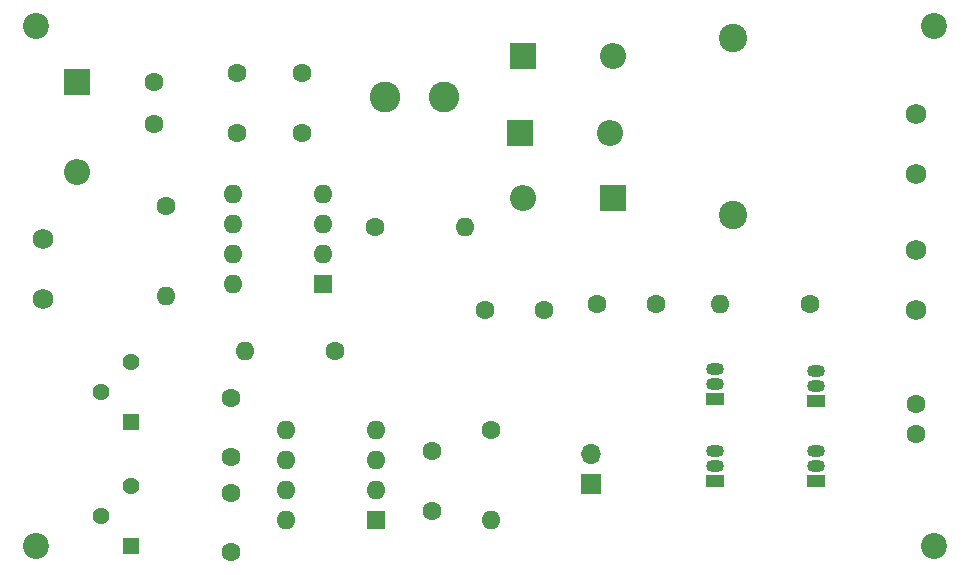
<source format=gts>
%TF.GenerationSoftware,KiCad,Pcbnew,8.0.2*%
%TF.CreationDate,2024-05-31T22:34:33-04:00*%
%TF.ProjectId,EL Driver,454c2044-7269-4766-9572-2e6b69636164,rev?*%
%TF.SameCoordinates,Original*%
%TF.FileFunction,Soldermask,Top*%
%TF.FilePolarity,Negative*%
%FSLAX46Y46*%
G04 Gerber Fmt 4.6, Leading zero omitted, Abs format (unit mm)*
G04 Created by KiCad (PCBNEW 8.0.2) date 2024-05-31 22:34:33*
%MOMM*%
%LPD*%
G01*
G04 APERTURE LIST*
G04 Aperture macros list*
%AMRoundRect*
0 Rectangle with rounded corners*
0 $1 Rounding radius*
0 $2 $3 $4 $5 $6 $7 $8 $9 X,Y pos of 4 corners*
0 Add a 4 corners polygon primitive as box body*
4,1,4,$2,$3,$4,$5,$6,$7,$8,$9,$2,$3,0*
0 Add four circle primitives for the rounded corners*
1,1,$1+$1,$2,$3*
1,1,$1+$1,$4,$5*
1,1,$1+$1,$6,$7*
1,1,$1+$1,$8,$9*
0 Add four rect primitives between the rounded corners*
20,1,$1+$1,$2,$3,$4,$5,0*
20,1,$1+$1,$4,$5,$6,$7,0*
20,1,$1+$1,$6,$7,$8,$9,0*
20,1,$1+$1,$8,$9,$2,$3,0*%
G04 Aperture macros list end*
%ADD10C,2.200000*%
%ADD11R,1.600000X1.600000*%
%ADD12O,1.600000X1.600000*%
%ADD13C,1.426000*%
%ADD14RoundRect,0.102000X0.611000X-0.611000X0.611000X0.611000X-0.611000X0.611000X-0.611000X-0.611000X0*%
%ADD15C,1.600000*%
%ADD16R,1.500000X1.050000*%
%ADD17O,1.500000X1.050000*%
%ADD18C,2.600000*%
%ADD19C,1.752600*%
%ADD20O,1.700000X1.700000*%
%ADD21R,1.700000X1.700000*%
%ADD22O,2.200000X2.200000*%
%ADD23R,2.200000X2.200000*%
%ADD24C,2.400000*%
G04 APERTURE END LIST*
D10*
%TO.C,REF\u002A\u002A*%
X61000000Y-96000000D03*
%TD*%
%TO.C,REF\u002A\u002A*%
X61000000Y-52000000D03*
%TD*%
%TO.C,REF\u002A\u002A*%
X137000000Y-52000000D03*
%TD*%
%TO.C,REF\u002A\u002A*%
X137000000Y-96000000D03*
%TD*%
D11*
%TO.C,U2*%
X89800000Y-93800000D03*
D12*
X89800000Y-91260000D03*
X89800000Y-88720000D03*
X89800000Y-86180000D03*
X82180000Y-86180000D03*
X82180000Y-88720000D03*
X82180000Y-91260000D03*
X82180000Y-93800000D03*
%TD*%
D11*
%TO.C,U1*%
X85300000Y-73800000D03*
D12*
X85300000Y-71260000D03*
X85300000Y-68720000D03*
X85300000Y-66180000D03*
X77680000Y-66180000D03*
X77680000Y-68720000D03*
X77680000Y-71260000D03*
X77680000Y-73800000D03*
%TD*%
D13*
%TO.C,RV2*%
X69000000Y-90960000D03*
X66460000Y-93500000D03*
D14*
X69000000Y-96040000D03*
%TD*%
%TO.C,RV1*%
X69000000Y-85500000D03*
D13*
X66460000Y-82960000D03*
X69000000Y-80420000D03*
%TD*%
D12*
%TO.C,R5*%
X99500000Y-93810000D03*
D15*
X99500000Y-86190000D03*
%TD*%
D12*
%TO.C,R4*%
X78690000Y-79500000D03*
D15*
X86310000Y-79500000D03*
%TD*%
D12*
%TO.C,R3*%
X97310000Y-69000000D03*
D15*
X89690000Y-69000000D03*
%TD*%
%TO.C,R2*%
X72000000Y-67190000D03*
D12*
X72000000Y-74810000D03*
%TD*%
D15*
%TO.C,R1*%
X126500000Y-75500000D03*
D12*
X118880000Y-75500000D03*
%TD*%
D16*
%TO.C,Q4*%
X118500000Y-90540000D03*
D17*
X118500000Y-89270000D03*
X118500000Y-88000000D03*
%TD*%
D16*
%TO.C,Q3*%
X127000000Y-90540000D03*
D17*
X127000000Y-89270000D03*
X127000000Y-88000000D03*
%TD*%
D16*
%TO.C,Q2*%
X127000000Y-83770000D03*
D17*
X127000000Y-82500000D03*
X127000000Y-81230000D03*
%TD*%
D16*
%TO.C,Q1*%
X118500000Y-83540000D03*
D17*
X118500000Y-82270000D03*
X118500000Y-81000000D03*
%TD*%
D18*
%TO.C,L1*%
X95500000Y-58000000D03*
X90500000Y-58000000D03*
%TD*%
D19*
%TO.C,J4*%
X135500000Y-70920000D03*
X135500000Y-76000000D03*
%TD*%
%TO.C,J3*%
X135500000Y-59420000D03*
X135500000Y-64500000D03*
%TD*%
D20*
%TO.C,J2*%
X108000000Y-88235000D03*
D21*
X108000000Y-90775000D03*
%TD*%
D19*
%TO.C,J1*%
X61597301Y-75073400D03*
X61597301Y-69993400D03*
%TD*%
D22*
%TO.C,D4*%
X102190000Y-66500000D03*
D23*
X109810000Y-66500000D03*
%TD*%
%TO.C,D3*%
X64500000Y-56690000D03*
D22*
X64500000Y-64310000D03*
%TD*%
D23*
%TO.C,D2*%
X102000000Y-61000000D03*
D22*
X109620000Y-61000000D03*
%TD*%
%TO.C,D1*%
X109810000Y-54500000D03*
D23*
X102190000Y-54500000D03*
%TD*%
D15*
%TO.C,C10*%
X77500000Y-91500000D03*
X77500000Y-96500000D03*
%TD*%
%TO.C,C9*%
X94500000Y-93000000D03*
X94500000Y-88000000D03*
%TD*%
%TO.C,C8*%
X77500000Y-88500000D03*
X77500000Y-83500000D03*
%TD*%
D24*
%TO.C,C7*%
X120000000Y-68000000D03*
X120000000Y-53000000D03*
%TD*%
D15*
%TO.C,C6*%
X135500000Y-86500000D03*
X135500000Y-84000000D03*
%TD*%
%TO.C,C5*%
X113500000Y-75500000D03*
X108500000Y-75500000D03*
%TD*%
%TO.C,C4*%
X83500000Y-56000000D03*
X83500000Y-61000000D03*
%TD*%
%TO.C,C3*%
X78000000Y-56000000D03*
X78000000Y-61000000D03*
%TD*%
%TO.C,C2*%
X71000000Y-56750000D03*
X71000000Y-60250000D03*
%TD*%
%TO.C,C1*%
X99000000Y-76000000D03*
X104000000Y-76000000D03*
%TD*%
M02*

</source>
